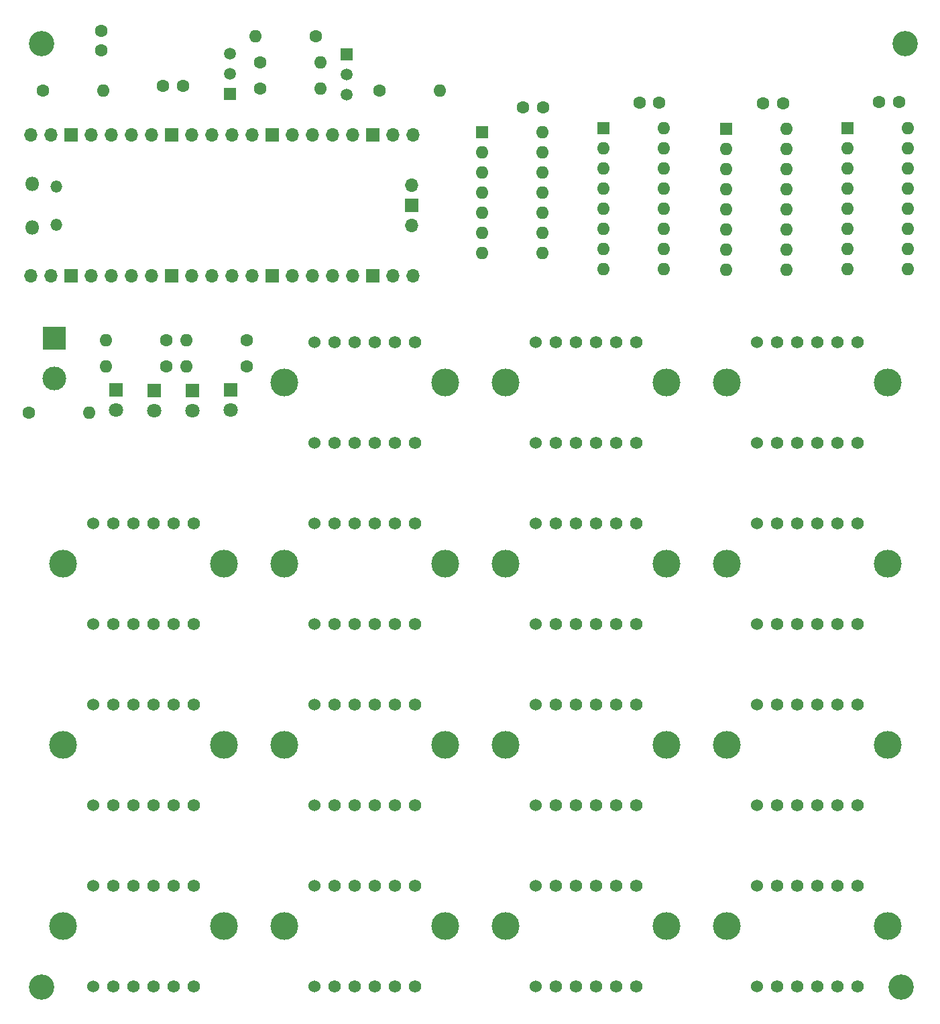
<source format=gbr>
%TF.GenerationSoftware,KiCad,Pcbnew,(6.0.11)*%
%TF.CreationDate,2023-03-10T23:38:31-06:00*%
%TF.ProjectId,HIDPanel,48494450-616e-4656-9c2e-6b696361645f,rev?*%
%TF.SameCoordinates,Original*%
%TF.FileFunction,Soldermask,Bot*%
%TF.FilePolarity,Negative*%
%FSLAX46Y46*%
G04 Gerber Fmt 4.6, Leading zero omitted, Abs format (unit mm)*
G04 Created by KiCad (PCBNEW (6.0.11)) date 2023-03-10 23:38:31*
%MOMM*%
%LPD*%
G01*
G04 APERTURE LIST*
%ADD10R,1.600000X1.600000*%
%ADD11O,1.600000X1.600000*%
%ADD12C,1.600000*%
%ADD13C,3.500000*%
%ADD14C,1.560000*%
%ADD15C,1.524000*%
%ADD16O,1.500000X1.500000*%
%ADD17O,1.800000X1.800000*%
%ADD18O,1.700000X1.700000*%
%ADD19R,1.700000X1.700000*%
%ADD20R,1.800000X1.800000*%
%ADD21C,1.800000*%
%ADD22R,1.500000X1.500000*%
%ADD23C,1.500000*%
%ADD24C,3.200000*%
%ADD25R,3.000000X3.000000*%
%ADD26C,3.000000*%
G04 APERTURE END LIST*
D10*
%TO.C,U3*%
X160930000Y-32655000D03*
D11*
X160930000Y-35195000D03*
X160930000Y-37735000D03*
X160930000Y-40275000D03*
X160930000Y-42815000D03*
X160930000Y-45355000D03*
X160930000Y-47895000D03*
X160930000Y-50435000D03*
X168550000Y-50435000D03*
X168550000Y-47895000D03*
X168550000Y-45355000D03*
X168550000Y-42815000D03*
X168550000Y-40275000D03*
X168550000Y-37735000D03*
X168550000Y-35195000D03*
X168550000Y-32655000D03*
%TD*%
D12*
%TO.C,R1*%
X105700000Y-59360000D03*
D11*
X98080000Y-59360000D03*
%TD*%
D12*
%TO.C,R6*%
X90170000Y-27940000D03*
D11*
X97790000Y-27940000D03*
%TD*%
D10*
%TO.C,U5*%
X191710000Y-32655000D03*
D11*
X191710000Y-35195000D03*
X191710000Y-37735000D03*
X191710000Y-40275000D03*
X191710000Y-42815000D03*
X191710000Y-45355000D03*
X191710000Y-47895000D03*
X191710000Y-50435000D03*
X199330000Y-50435000D03*
X199330000Y-47895000D03*
X199330000Y-45355000D03*
X199330000Y-42815000D03*
X199330000Y-40275000D03*
X199330000Y-37735000D03*
X199330000Y-35195000D03*
X199330000Y-32655000D03*
%TD*%
D13*
%TO.C,M2*%
X92710000Y-110490000D03*
X113030000Y-110490000D03*
D14*
X99060000Y-118110000D03*
X101600000Y-118110000D03*
X104140000Y-118110000D03*
X106680000Y-118110000D03*
X109220000Y-118110000D03*
X101600000Y-105410000D03*
X99060000Y-105410000D03*
X104140000Y-105410000D03*
X106680000Y-105410000D03*
X109220000Y-105410000D03*
D15*
X96520000Y-105410000D03*
X96520000Y-118110000D03*
%TD*%
D16*
%TO.C,U1*%
X91806000Y-44843000D03*
X91806000Y-39993000D03*
D17*
X88776000Y-45143000D03*
X88776000Y-39693000D03*
D18*
X88646000Y-51308000D03*
X91186000Y-51308000D03*
D19*
X93726000Y-51308000D03*
D18*
X96266000Y-51308000D03*
X98806000Y-51308000D03*
X101346000Y-51308000D03*
X103886000Y-51308000D03*
D19*
X106426000Y-51308000D03*
D18*
X108966000Y-51308000D03*
X111506000Y-51308000D03*
X114046000Y-51308000D03*
X116586000Y-51308000D03*
D19*
X119126000Y-51308000D03*
D18*
X121666000Y-51308000D03*
X124206000Y-51308000D03*
X126746000Y-51308000D03*
X129286000Y-51308000D03*
D19*
X131826000Y-51308000D03*
D18*
X134366000Y-51308000D03*
X136906000Y-51308000D03*
X136906000Y-33528000D03*
X134366000Y-33528000D03*
D19*
X131826000Y-33528000D03*
D18*
X129286000Y-33528000D03*
X126746000Y-33528000D03*
X124206000Y-33528000D03*
X121666000Y-33528000D03*
D19*
X119126000Y-33528000D03*
D18*
X116586000Y-33528000D03*
X114046000Y-33528000D03*
X111506000Y-33528000D03*
X108966000Y-33528000D03*
D19*
X106426000Y-33528000D03*
D18*
X103886000Y-33528000D03*
X101346000Y-33528000D03*
X98806000Y-33528000D03*
X96266000Y-33528000D03*
D19*
X93726000Y-33528000D03*
D18*
X91186000Y-33528000D03*
X88646000Y-33528000D03*
X136676000Y-44958000D03*
D19*
X136676000Y-42418000D03*
D18*
X136676000Y-39878000D03*
%TD*%
D13*
%TO.C,M12*%
X196850000Y-64770000D03*
X176530000Y-64770000D03*
D14*
X182880000Y-72390000D03*
X185420000Y-72390000D03*
X187960000Y-72390000D03*
X193040000Y-72390000D03*
X190500000Y-72390000D03*
X185420000Y-59690000D03*
X182880000Y-59690000D03*
X187960000Y-59690000D03*
X190500000Y-59690000D03*
X193040000Y-59690000D03*
D15*
X180340000Y-59690000D03*
X180340000Y-72390000D03*
%TD*%
D12*
%TO.C,C6*%
X167970000Y-29455000D03*
X165470000Y-29455000D03*
%TD*%
D13*
%TO.C,M10*%
X148590000Y-110490000D03*
X168910000Y-110490000D03*
D14*
X154940000Y-118110000D03*
X157480000Y-118110000D03*
X160020000Y-118110000D03*
X165100000Y-118110000D03*
X162560000Y-118110000D03*
X157480000Y-105410000D03*
X154940000Y-105410000D03*
X160020000Y-105410000D03*
X162560000Y-105410000D03*
X165100000Y-105410000D03*
D15*
X152400000Y-105410000D03*
X152400000Y-118110000D03*
%TD*%
D12*
%TO.C,R7*%
X88340000Y-68550000D03*
D11*
X95960000Y-68550000D03*
%TD*%
D12*
%TO.C,R4*%
X115860000Y-59360000D03*
D11*
X108240000Y-59360000D03*
%TD*%
D20*
%TO.C,D4*%
X113828000Y-65705000D03*
D21*
X113828000Y-68245000D03*
%TD*%
D20*
%TO.C,D2*%
X104176000Y-65710000D03*
D21*
X104176000Y-68250000D03*
%TD*%
D13*
%TO.C,M7*%
X120650000Y-133350000D03*
X140970000Y-133350000D03*
D14*
X127000000Y-140970000D03*
X129540000Y-140970000D03*
X132080000Y-140970000D03*
X137160000Y-140970000D03*
X134620000Y-140970000D03*
X129540000Y-128270000D03*
X127000000Y-128270000D03*
X132080000Y-128270000D03*
X134620000Y-128270000D03*
X137160000Y-128270000D03*
D15*
X124460000Y-128270000D03*
X124460000Y-140970000D03*
%TD*%
D12*
%TO.C,C2*%
X183570000Y-29495000D03*
X181070000Y-29495000D03*
%TD*%
D20*
%TO.C,D3*%
X109002000Y-65710000D03*
D21*
X109002000Y-68250000D03*
%TD*%
D20*
%TO.C,D1*%
X99350000Y-65635000D03*
D21*
X99350000Y-68175000D03*
%TD*%
D12*
%TO.C,R8*%
X117550000Y-27670000D03*
D11*
X125170000Y-27670000D03*
%TD*%
D13*
%TO.C,M4*%
X140970000Y-64770000D03*
X120650000Y-64770000D03*
D14*
X127000000Y-72390000D03*
X129540000Y-72390000D03*
X132080000Y-72390000D03*
X134620000Y-72390000D03*
X137160000Y-72390000D03*
X127000000Y-59690000D03*
X129540000Y-59690000D03*
X132080000Y-59690000D03*
X137160000Y-59690000D03*
X134620000Y-59690000D03*
D15*
X124460000Y-59690000D03*
X124460000Y-72390000D03*
%TD*%
D13*
%TO.C,M15*%
X176530000Y-133350000D03*
X196850000Y-133350000D03*
D14*
X182880000Y-140970000D03*
X185420000Y-140970000D03*
X187960000Y-140970000D03*
X190500000Y-140970000D03*
X193040000Y-140970000D03*
X185420000Y-128270000D03*
X182880000Y-128270000D03*
X187960000Y-128270000D03*
X190500000Y-128270000D03*
X193040000Y-128270000D03*
D15*
X180340000Y-128270000D03*
X180340000Y-140970000D03*
%TD*%
D12*
%TO.C,R2*%
X105700000Y-62662000D03*
D11*
X98080000Y-62662000D03*
%TD*%
D13*
%TO.C,M8*%
X148590000Y-64770000D03*
X168910000Y-64770000D03*
D14*
X157480000Y-72390000D03*
X154940000Y-72390000D03*
X160020000Y-72390000D03*
X165100000Y-72390000D03*
X162560000Y-72390000D03*
X157480000Y-59690000D03*
X154940000Y-59690000D03*
X160020000Y-59690000D03*
X165100000Y-59690000D03*
X162560000Y-59690000D03*
D15*
X152400000Y-59690000D03*
X152400000Y-72390000D03*
%TD*%
D12*
%TO.C,C4*%
X105290000Y-27320000D03*
X107790000Y-27320000D03*
%TD*%
D13*
%TO.C,M6*%
X120650000Y-110490000D03*
X140970000Y-110490000D03*
D14*
X129540000Y-118110000D03*
X127000000Y-118110000D03*
X132080000Y-118110000D03*
X134620000Y-118110000D03*
X137160000Y-118110000D03*
X127000000Y-105410000D03*
X129540000Y-105410000D03*
X132080000Y-105410000D03*
X134620000Y-105410000D03*
X137160000Y-105410000D03*
D15*
X124460000Y-105410000D03*
X124460000Y-118110000D03*
%TD*%
D12*
%TO.C,C3*%
X198220000Y-29375000D03*
X195720000Y-29375000D03*
%TD*%
D13*
%TO.C,M11*%
X148590000Y-133344000D03*
X168910000Y-133344000D03*
D14*
X157480000Y-140964000D03*
X154940000Y-140964000D03*
X160020000Y-140964000D03*
X162560000Y-140964000D03*
X165100000Y-140964000D03*
X157480000Y-128264000D03*
X154940000Y-128264000D03*
X160020000Y-128264000D03*
X165100000Y-128264000D03*
X162560000Y-128264000D03*
D15*
X152400000Y-128264000D03*
X152400000Y-140964000D03*
%TD*%
D12*
%TO.C,R5*%
X124574000Y-21076000D03*
D11*
X116954000Y-21076000D03*
%TD*%
D12*
%TO.C,C1*%
X97536000Y-22860000D03*
X97536000Y-20360000D03*
%TD*%
%TO.C,R10*%
X132670000Y-27930000D03*
D11*
X140290000Y-27930000D03*
%TD*%
D22*
%TO.C,U6*%
X128490000Y-23330000D03*
D23*
X128490000Y-25870000D03*
X128490000Y-28410000D03*
%TD*%
D24*
%TO.C,H1*%
X199000000Y-22000000D03*
%TD*%
D13*
%TO.C,M3*%
X113030000Y-133350000D03*
X92710000Y-133350000D03*
D14*
X101600000Y-140970000D03*
X99060000Y-140970000D03*
X104140000Y-140970000D03*
X109220000Y-140970000D03*
X106680000Y-140970000D03*
X99060000Y-128270000D03*
X101600000Y-128270000D03*
X104140000Y-128270000D03*
X106680000Y-128270000D03*
X109220000Y-128270000D03*
D15*
X96520000Y-128270000D03*
X96520000Y-140970000D03*
%TD*%
D24*
%TO.C,H4*%
X90000000Y-141000000D03*
%TD*%
D12*
%TO.C,C5*%
X153270000Y-29980000D03*
X150770000Y-29980000D03*
%TD*%
%TO.C,R9*%
X117590000Y-24390000D03*
D11*
X125210000Y-24390000D03*
%TD*%
D24*
%TO.C,H3*%
X198488000Y-141000000D03*
%TD*%
D12*
%TO.C,R3*%
X115860000Y-62662000D03*
D11*
X108240000Y-62662000D03*
%TD*%
D13*
%TO.C,M9*%
X148590000Y-87630000D03*
X168910000Y-87630000D03*
D14*
X157480000Y-95250000D03*
X154940000Y-95250000D03*
X160020000Y-95250000D03*
X162560000Y-95250000D03*
X165100000Y-95250000D03*
X154940000Y-82550000D03*
X157480000Y-82550000D03*
X160020000Y-82550000D03*
X165100000Y-82550000D03*
X162560000Y-82550000D03*
D15*
X152400000Y-82550000D03*
X152400000Y-95250000D03*
%TD*%
D13*
%TO.C,M1*%
X92710000Y-87630000D03*
X113030000Y-87630000D03*
D14*
X101600000Y-95250000D03*
X99060000Y-95250000D03*
X104140000Y-95250000D03*
X109220000Y-95250000D03*
X106680000Y-95250000D03*
X101600000Y-82550000D03*
X99060000Y-82550000D03*
X104140000Y-82550000D03*
X106680000Y-82550000D03*
X109220000Y-82550000D03*
D15*
X96520000Y-82550000D03*
X96520000Y-95250000D03*
%TD*%
D22*
%TO.C,Q1*%
X113780000Y-28350000D03*
D23*
X113780000Y-25810000D03*
X113780000Y-23270000D03*
%TD*%
D25*
%TO.C,J1*%
X91560000Y-59140000D03*
D26*
X91560000Y-64220000D03*
%TD*%
D10*
%TO.C,U2*%
X145550000Y-33190000D03*
D11*
X145550000Y-35730000D03*
X145550000Y-38270000D03*
X145550000Y-40810000D03*
X145550000Y-43350000D03*
X145550000Y-45890000D03*
X145550000Y-48430000D03*
X153170000Y-48430000D03*
X153170000Y-45890000D03*
X153170000Y-43350000D03*
X153170000Y-40810000D03*
X153170000Y-38270000D03*
X153170000Y-35730000D03*
X153170000Y-33190000D03*
%TD*%
D24*
%TO.C,H2*%
X90000000Y-22000000D03*
%TD*%
D13*
%TO.C,M14*%
X196850000Y-110490000D03*
X176530000Y-110490000D03*
D14*
X185420000Y-118110000D03*
X182880000Y-118110000D03*
X187960000Y-118110000D03*
X193040000Y-118110000D03*
X190500000Y-118110000D03*
X182880000Y-105410000D03*
X185420000Y-105410000D03*
X187960000Y-105410000D03*
X190500000Y-105410000D03*
X193040000Y-105410000D03*
D15*
X180340000Y-105410000D03*
X180340000Y-118110000D03*
%TD*%
D10*
%TO.C,U4*%
X176400000Y-32725000D03*
D11*
X176400000Y-35265000D03*
X176400000Y-37805000D03*
X176400000Y-40345000D03*
X176400000Y-42885000D03*
X176400000Y-45425000D03*
X176400000Y-47965000D03*
X176400000Y-50505000D03*
X184020000Y-50505000D03*
X184020000Y-47965000D03*
X184020000Y-45425000D03*
X184020000Y-42885000D03*
X184020000Y-40345000D03*
X184020000Y-37805000D03*
X184020000Y-35265000D03*
X184020000Y-32725000D03*
%TD*%
D13*
%TO.C,M13*%
X196850000Y-87630000D03*
X176530000Y-87630000D03*
D14*
X182880000Y-95250000D03*
X185420000Y-95250000D03*
X187960000Y-95250000D03*
X190500000Y-95250000D03*
X193040000Y-95250000D03*
X185420000Y-82550000D03*
X182880000Y-82550000D03*
X187960000Y-82550000D03*
X190500000Y-82550000D03*
X193040000Y-82550000D03*
D15*
X180340000Y-82550000D03*
X180340000Y-95250000D03*
%TD*%
D13*
%TO.C,M5*%
X140970000Y-87630000D03*
X120650000Y-87630000D03*
D14*
X129540000Y-95250000D03*
X127000000Y-95250000D03*
X132080000Y-95250000D03*
X137160000Y-95250000D03*
X134620000Y-95250000D03*
X129540000Y-82550000D03*
X127000000Y-82550000D03*
X132080000Y-82550000D03*
X134620000Y-82550000D03*
X137160000Y-82550000D03*
D15*
X124460000Y-82550000D03*
X124460000Y-95250000D03*
%TD*%
M02*

</source>
